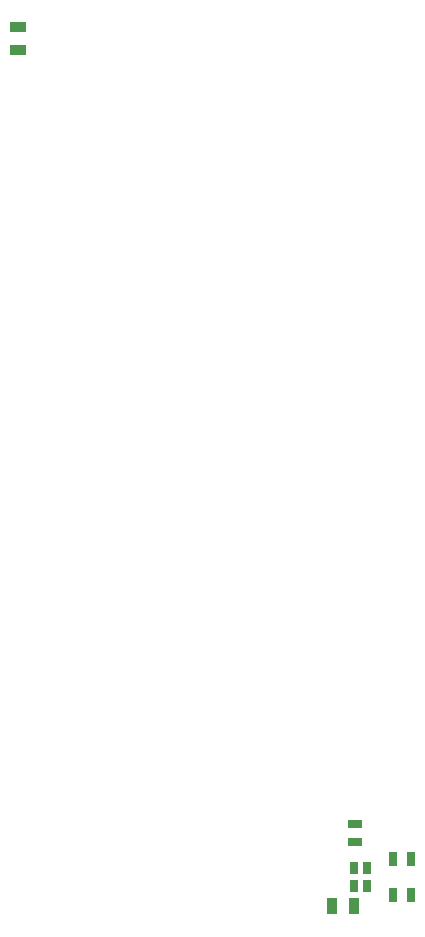
<source format=gbp>
G04 #@! TF.GenerationSoftware,KiCad,Pcbnew,6.0.2+dfsg-1*
G04 #@! TF.CreationDate,2023-02-09T12:02:37+01:00*
G04 #@! TF.ProjectId,proto_cmod,70726f74-6f5f-4636-9d6f-642e6b696361,rev?*
G04 #@! TF.SameCoordinates,Original*
G04 #@! TF.FileFunction,Paste,Bot*
G04 #@! TF.FilePolarity,Positive*
%FSLAX46Y46*%
G04 Gerber Fmt 4.6, Leading zero omitted, Abs format (unit mm)*
G04 Created by KiCad (PCBNEW 6.0.2+dfsg-1) date 2023-02-09 12:02:37*
%MOMM*%
%LPD*%
G01*
G04 APERTURE LIST*
%ADD10R,1.143000X0.635000*%
%ADD11R,0.889000X1.397000*%
%ADD12R,0.635000X1.143000*%
%ADD13R,1.397000X0.889000*%
%ADD14R,0.800000X1.000000*%
G04 APERTURE END LIST*
D10*
G04 #@! TO.C,R106*
X141000000Y-122738000D03*
X141000000Y-124262000D03*
G04 #@! TD*
D11*
G04 #@! TO.C,C102*
X139047500Y-129750000D03*
X140952500Y-129750000D03*
G04 #@! TD*
D12*
G04 #@! TO.C,R109*
X145762000Y-125750000D03*
X144238000Y-125750000D03*
G04 #@! TD*
G04 #@! TO.C,R110*
X145762000Y-128750000D03*
X144238000Y-128750000D03*
G04 #@! TD*
D13*
G04 #@! TO.C,C103*
X112500000Y-55297500D03*
X112500000Y-57202500D03*
G04 #@! TD*
D14*
G04 #@! TO.C,L101*
X140950000Y-128000000D03*
X142050000Y-128000000D03*
X142050000Y-126500000D03*
X140950000Y-126500000D03*
G04 #@! TD*
M02*

</source>
